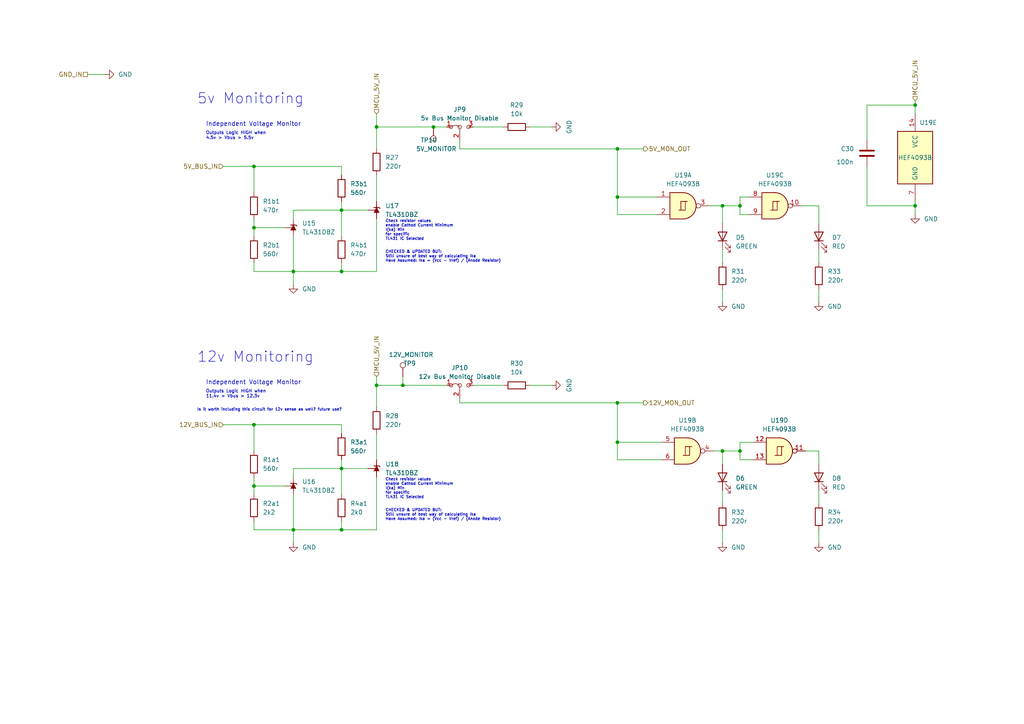
<source format=kicad_sch>
(kicad_sch (version 20211123) (generator eeschema)
  (paper "A4")
  (lib_symbols
    (symbol "000_Capacitor_Film_Immo:cap_film_0805" (pin_numbers hide) (pin_names (offset 0.254))
      (property "Reference" "C" (at 0.635 2.54 0))
      (property "Value" "cap_film_0805" (at 0.635 -2.54 0))
      (symbol "cap_film_0805_0_1"
        (polyline (pts (xy -2.032 -0.762) (xy 2.032 -0.762)) (stroke (width 0.508)))
        (polyline (pts (xy -2.032 0.762) (xy 2.032 0.762)) (stroke (width 0.508)))
      )
      (symbol "cap_film_0805_1_1"
        (pin passive line (at 0 3.81 270) (length 2.794) (name "~") (number "1"))
        (pin passive line (at 0 -3.81 90) (length 2.794) (name "~") (number "2"))
      )
    )
    (symbol "000_Connectors_Immo:Jumper_3_Bridged12" (pin_names (offset 0) hide)
      (property "Reference" "JP" (at -2.54 -2.54 0))
      (property "Value" "Jumper_3_Bridged12" (at 0 2.794 0))
      (symbol "Jumper_3_Bridged12_0_0"
        (circle (center -2.54 0) (radius 0.508))
        (circle (center 0 0) (radius 0.508))
        (circle (center 2.54 0) (radius 0.508))
      )
      (symbol "Jumper_3_Bridged12_0_1"
        (arc (start 0 -0.0807) (mid -1.27 0.4699) (end -2.54 -0.0807))
        (polyline (pts (xy 0 -1.27) (xy 0 -0.508)))
      )
      (symbol "Jumper_3_Bridged12_1_1"
        (pin passive line (at -3.81 0 0) (length 1.27) (name "A") (number "1"))
        (pin input line (at 0 -3.81 90) (length 2.54) (name "C") (number "2"))
        (pin passive line (at 3.81 0 180) (length 1.27) (name "B") (number "3"))
      )
    )
    (symbol "000_Resistors_Immo:Resistor_0805" (pin_numbers hide) (pin_names (offset 0))
      (property "Reference" "R?" (at 2.54 1.2701 0))
      (property "Value" "Resistor_0805" (at 2.54 -1.2699 0))
      (symbol "Resistor_0805_0_1"
        (rectangle (start -1.016 -2.54) (end 1.016 2.54) (stroke (width 0.254)))
      )
      (symbol "Resistor_0805_1_1"
        (pin passive line (at 0 3.81 270) (length 1.27) (name "~") (number "1"))
        (pin passive line (at 0 -3.81 90) (length 1.27) (name "~") (number "2"))
      )
    )
    (symbol "4xxx:HEF4093B" (pin_names (offset 1.016))
      (property "Reference" "U" (at 0 1.27 0))
      (property "Value" "HEF4093B" (at 0 -1.27 0))
      (symbol "HEF4093B_1_0"
        (polyline (pts (xy -0.635 -1.27) (xy -0.635 1.27) (xy 0.635 1.27)))
        (polyline (pts (xy -0.635 -1.27) (xy -0.635 1.27) (xy 0.635 1.27)))
        (polyline (pts (xy -1.27 -1.27) (xy 0.635 -1.27) (xy 0.635 1.27) (xy 1.27 1.27)))
        (polyline (pts (xy -1.27 -1.27) (xy 0.635 -1.27) (xy 0.635 1.27) (xy 1.27 1.27)))
      )
      (symbol "HEF4093B_1_1"
        (arc (start 0 -3.81) (mid 3.81 0) (end 0 3.81) (stroke (width 0.254)) (fill (type background)))
        (polyline (pts (xy 0 3.81) (xy -3.81 3.81) (xy -3.81 -3.81) (xy 0 -3.81)) (stroke (width 0.254)) (fill (type background)))
        (pin input line (at -7.62 2.54 0) (length 3.81) (name "~") (number "1"))
        (pin input line (at -7.62 -2.54 0) (length 3.81) (name "~") (number "2"))
        (pin output inverted (at 7.62 0 180) (length 3.81) (name "~") (number "3"))
      )
      (symbol "HEF4093B_1_2"
        (arc (start -3.81 -3.81) (mid -2.589 0) (end -3.81 3.81) (stroke (width 0.254)))
        (arc (start -0.6096 -3.81) (mid 2.1855 -2.584) (end 3.81 0) (stroke (width 0.254)) (fill (type background)))
        (polyline (pts (xy -3.81 -3.81) (xy -0.635 -3.81)) (stroke (width 0.254)) (fill (type background)))
        (polyline (pts (xy -3.81 3.81) (xy -0.635 3.81)) (stroke (width 0.254)) (fill (type background)))
        (polyline (pts (xy -0.635 3.81) (xy -3.81 3.81) (xy -3.81 3.81) (xy -3.556 3.4036) (xy -3.0226 2.2606) (xy -2.6924 1.0414) (xy -2.6162 -0.254) (xy -2.7686 -1.4986) (xy -3.175 -2.7178) (xy -3.81 -3.81) (xy -3.81 -3.81) (xy -0.635 -3.81)) (stroke (width -25.4)) (fill (type background)))
        (arc (start 3.81 0) (mid 2.1928 2.5925) (end -0.6096 3.81) (stroke (width 0.254)) (fill (type background)))
        (pin input inverted (at -7.62 2.54 0) (length 4.318) (name "~") (number "1"))
        (pin input inverted (at -7.62 -2.54 0) (length 4.318) (name "~") (number "2"))
        (pin output line (at 7.62 0 180) (length 3.81) (name "~") (number "3"))
      )
      (symbol "HEF4093B_2_0"
        (polyline (pts (xy -0.635 -1.27) (xy -0.635 1.27) (xy 0.635 1.27)))
        (polyline (pts (xy -0.635 -1.27) (xy -0.635 1.27) (xy 0.635 1.27)))
        (polyline (pts (xy -1.27 -1.27) (xy 0.635 -1.27) (xy 0.635 1.27) (xy 1.27 1.27)))
        (polyline (pts (xy -1.27 -1.27) (xy 0.635 -1.27) (xy 0.635 1.27) (xy 1.27 1.27)))
      )
      (symbol "HEF4093B_2_1"
        (arc (start 0 -3.81) (mid 3.81 0) (end 0 3.81) (stroke (width 0.254)) (fill (type background)))
        (polyline (pts (xy 0 3.81) (xy -3.81 3.81) (xy -3.81 -3.81) (xy 0 -3.81)) (stroke (width 0.254)) (fill (type background)))
        (pin output inverted (at 7.62 0 180) (length 3.81) (name "~") (number "4"))
        (pin input line (at -7.62 2.54 0) (length 3.81) (name "~") (number "5"))
        (pin input line (at -7.62 -2.54 0) (length 3.81) (name "~") (number "6"))
      )
      (symbol "HEF4093B_2_2"
        (arc (start -3.81 -3.81) (mid -2.589 0) (end -3.81 3.81) (stroke (width 0.254)))
        (arc (start -0.6096 -3.81) (mid 2.1855 -2.584) (end 3.81 0) (stroke (width 0.254)) (fill (type background)))
        (polyline (pts (xy -3.81 -3.81) (xy -0.635 -3.81)) (stroke (width 0.254)) (fill (type background)))
        (polyline (pts (xy -3.81 3.81) (xy -0.635 3.81)) (stroke (width 0.254)) (fill (type background)))
        (polyline (pts (xy -0.635 3.81) (xy -3.81 3.81) (xy -3.81 3.81) (xy -3.556 3.4036) (xy -3.0226 2.2606) (xy -2.6924 1.0414) (xy -2.6162 -0.254) (xy -2.7686 -1.4986) (xy -3.175 -2.7178) (xy -3.81 -3.81) (xy -3.81 -3.81) (xy -0.635 -3.81)) (stroke (width -25.4)) (fill (type background)))
        (arc (start 3.81 0) (mid 2.1928 2.5925) (end -0.6096 3.81) (stroke (width 0.254)) (fill (type background)))
        (pin output line (at 7.62 0 180) (length 3.81) (name "~") (number "4"))
        (pin input inverted (at -7.62 2.54 0) (length 4.318) (name "~") (number "5"))
        (pin input inverted (at -7.62 -2.54 0) (length 4.318) (name "~") (number "6"))
      )
      (symbol "HEF4093B_3_0"
        (polyline (pts (xy -0.635 -1.27) (xy -0.635 1.27) (xy 0.635 1.27)))
        (polyline (pts (xy -0.635 -1.27) (xy -0.635 1.27) (xy 0.635 1.27)))
        (polyline (pts (xy -1.27 -1.27) (xy 0.635 -1.27) (xy 0.635 1.27) (xy 1.27 1.27)))
        (polyline (pts (xy -1.27 -1.27) (xy 0.635 -1.27) (xy 0.635 1.27) (xy 1.27 1.27)))
      )
      (symbol "HEF4093B_3_1"
        (arc (start 0 -3.81) (mid 3.81 0) (end 0 3.81) (stroke (width 0.254)) (fill (type background)))
        (polyline (pts (xy 0 3.81) (xy -3.81 3.81) (xy -3.81 -3.81) (xy 0 -3.81)) (stroke (width 0.254)) (fill (type background)))
        (pin output inverted (at 7.62 0 180) (length 3.81) (name "~") (number "10"))
        (pin input line (at -7.62 2.54 0) (length 3.81) (name "~") (number "8"))
        (pin input line (at -7.62 -2.54 0) (length 3.81) (name "~") (number "9"))
      )
      (symbol "HEF4093B_3_2"
        (arc (start -3.81 -3.81) (mid -2.589 0) (end -3.81 3.81) (stroke (width 0.254)))
        (arc (start -0.6096 -3.81) (mid 2.1855 -2.584) (end 3.81 0) (stroke (width 0.254)) (fill (type background)))
        (polyline (pts (xy -3.81 -3.81) (xy -0.635 -3.81)) (stroke (width 0.254)) (fill (type background)))
        (polyline (pts (xy -3.81 3.81) (xy -0.635 3.81)) (stroke (width 0.254)) (fill (type background)))
        (polyline (pts (xy -0.635 3.81) (xy -3.81 3.81) (xy -3.81 3.81) (xy -3.556 3.4036) (xy -3.0226 2.2606) (xy -2.6924 1.0414) (xy -2.6162 -0.254) (xy -2.7686 -1.4986) (xy -3.175 -2.7178) (xy -3.81 -3.81) (xy -3.81 -3.81) (xy -0.635 -3.81)) (stroke (width -25.4)) (fill (type background)))
        (arc (start 3.81 0) (mid 2.1928 2.5925) (end -0.6096 3.81) (stroke (width 0.254)) (fill (type background)))
        (pin output line (at 7.62 0 180) (length 3.81) (name "~") (number "10"))
        (pin input inverted (at -7.62 2.54 0) (length 4.318) (name "~") (number "8"))
        (pin input inverted (at -7.62 -2.54 0) (length 4.318) (name "~") (number "9"))
      )
      (symbol "HEF4093B_4_0"
        (polyline (pts (xy -0.635 -1.27) (xy -0.635 1.27) (xy 0.635 1.27)))
        (polyline (pts (xy -0.635 -1.27) (xy -0.635 1.27) (xy 0.635 1.27)))
        (polyline (pts (xy -1.27 -1.27) (xy 0.635 -1.27) (xy 0.635 1.27) (xy 1.27 1.27)))
        (polyline (pts (xy -1.27 -1.27) (xy 0.635 -1.27) (xy 0.635 1.27) (xy 1.27 1.27)))
      )
      (symbol "HEF4093B_4_1"
        (arc (start 0 -3.81) (mid 3.81 0) (end 0 3.81) (stroke (width 0.254)) (fill (type background)))
        (polyline (pts (xy 0 3.81) (xy -3.81 3.81) (xy -3.81 -3.81) (xy 0 -3.81)) (stroke (width 0.254)) (fill (type background)))
        (pin output inverted (at 7.62 0 180) (length 3.81) (name "~") (number "11"))
        (pin input line (at -7.62 2.54 0) (length 3.81) (name "~") (number "12"))
        (pin input line (at -7.62 -2.54 0) (length 3.81) (name "~") (number "13"))
      )
      (symbol "HEF4093B_4_2"
        (arc (start -3.81 -3.81) (mid -2.589 0) (end -3.81 3.81) (stroke (width 0.254)))
        (arc (start -0.6096 -3.81) (mid 2.1855 -2.584) (end 3.81 0) (stroke (width 0.254)) (fill (type background)))
        (polyline (pts (xy -3.81 -3.81) (xy -0.635 -3.81)) (stroke (width 0.254)) (fill (type background)))
        (polyline (pts (xy -3.81 3.81) (xy -0.635 3.81)) (stroke (width 0.254)) (fill (type background)))
        (polyline (pts (xy -0.635 3.81) (xy -3.81 3.81) (xy -3.81 3.81) (xy -3.556 3.4036) (xy -3.0226 2.2606) (xy -2.6924 1.0414) (xy -2.6162 -0.254) (xy -2.7686 -1.4986) (xy -3.175 -2.7178) (xy -3.81 -3.81) (xy -3.81 -3.81) (xy -0.635 -3.81)) (stroke (width -25.4)) (fill (type background)))
        (arc (start 3.81 0) (mid 2.1928 2.5925) (end -0.6096 3.81) (stroke (width 0.254)) (fill (type background)))
        (pin output line (at 7.62 0 180) (length 3.81) (name "~") (number "11"))
        (pin input inverted (at -7.62 2.54 0) (length 4.318) (name "~") (number "12"))
        (pin input inverted (at -7.62 -2.54 0) (length 4.318) (name "~") (number "13"))
      )
      (symbol "HEF4093B_5_0"
        (pin power_in line (at 0 12.7 270) (length 5.08) (name "VCC") (number "14"))
        (pin power_in line (at 0 -12.7 90) (length 5.08) (name "GND") (number "7"))
      )
      (symbol "HEF4093B_5_1"
        (rectangle (start -5.08 7.62) (end 5.08 -7.62) (stroke (width 0.254)) (fill (type background)))
      )
    )
    (symbol "Connector:TestPoint" (pin_numbers hide) (pin_names (offset 0.762) hide)
      (property "Reference" "TP" (at 0 6.858 0))
      (property "Value" "TestPoint" (at 0 5.08 0))
      (symbol "TestPoint_0_1"
        (circle (center 0 3.302) (radius 0.762))
      )
      (symbol "TestPoint_1_1"
        (pin passive line (at 0 0 90) (length 2.54) (name "1") (number "1"))
      )
    )
    (symbol "Device:LED" (pin_numbers hide) (pin_names (offset 1.016) hide)
      (property "Reference" "D" (at 0 2.54 0))
      (property "Value" "LED" (at 0 -2.54 0))
      (symbol "LED_0_1"
        (polyline (pts (xy -1.27 -1.27) (xy -1.27 1.27)) (stroke (width 0.254)))
        (polyline (pts (xy -1.27 0) (xy 1.27 0)))
        (polyline (pts (xy 1.27 -1.27) (xy 1.27 1.27) (xy -1.27 0) (xy 1.27 -1.27)) (stroke (width 0.254)))
        (polyline (pts (xy -3.048 -0.762) (xy -4.572 -2.286) (xy -3.81 -2.286) (xy -4.572 -2.286) (xy -4.572 -1.524)))
        (polyline (pts (xy -1.778 -0.762) (xy -3.302 -2.286) (xy -2.54 -2.286) (xy -3.302 -2.286) (xy -3.302 -1.524)))
      )
      (symbol "LED_1_1"
        (pin passive line (at -3.81 0 0) (length 2.54) (name "K") (number "1"))
        (pin passive line (at 3.81 0 180) (length 2.54) (name "A") (number "2"))
      )
    )
    (symbol "Reference_Voltage:TL431DBZ" (pin_numbers hide) (pin_names hide)
      (property "Reference" "U" (at -2.54 2.54 0))
      (property "Value" "TL431DBZ" (at 0 -2.54 0))
      (symbol "TL431DBZ_0_1"
        (polyline (pts (xy -1.27 0) (xy 0 0) (xy 1.27 0)))
        (polyline (pts (xy -0.762 0.762) (xy 0.762 0) (xy -0.762 -0.762)) (fill (type outline)))
        (polyline (pts (xy 0.508 -1.016) (xy 0.762 -0.762) (xy 0.762 0.762) (xy 0.762 0.762)) (stroke (width 0.254)))
      )
      (symbol "TL431DBZ_1_1"
        (pin passive line (at 2.54 0 180) (length 2.54) (name "K") (number "1"))
        (pin passive line (at 0 2.54 270) (length 2.54) (name "REF") (number "2"))
        (pin passive line (at -2.54 0 0) (length 2.54) (name "A") (number "3"))
      )
    )
    (symbol "power:GND" (power) (pin_names (offset 0))
      (property "Value" "GND" (at 0 -3.81 0))
      (symbol "GND_0_1"
        (polyline (pts (xy 0 0) (xy 0 -1.27) (xy 1.27 -1.27) (xy 0 -2.54) (xy -1.27 -1.27) (xy 0 -1.27)))
      )
      (symbol "GND_1_1"
        (pin power_in line (at 0 0 270) (length 0) hide (name "GND") (number "1"))
      )
    )
  )
  (junction (at 179.07 128.27))
  (junction (at 99.06 153.67))
  (junction (at 99.06 135.89))
  (junction (at 73.66 123.19))
  (junction (at 99.06 78.74))
  (junction (at 209.55 130.81))
  (junction (at 99.06 60.96))
  (junction (at 214.63 59.69))
  (junction (at 109.22 111.76))
  (junction (at 109.22 36.83))
  (junction (at 73.66 66.04))
  (junction (at 179.07 43.18))
  (junction (at 179.07 116.84))
  (junction (at 265.43 59.69))
  (junction (at 214.63 130.81))
  (junction (at 73.66 48.26))
  (junction (at 116.84 111.76))
  (junction (at 85.09 78.74))
  (junction (at 125.73 36.83))
  (junction (at 85.09 153.67))
  (junction (at 209.55 59.69))
  (junction (at 265.43 30.48))
  (junction (at 73.66 140.97))
  (junction (at 179.07 57.15))
  (wire (pts (xy 214.63 57.15) (xy 217.17 57.15)))
  (wire (pts (xy 265.43 29.21) (xy 265.43 30.48)))
  (wire (pts (xy 217.17 62.23) (xy 214.63 62.23)))
  (wire (pts (xy 99.06 151.13) (xy 99.06 153.67)))
  (wire (pts (xy 85.09 153.67) (xy 85.09 157.48)))
  (wire (pts (xy 179.07 43.18) (xy 133.35 43.18)))
  (wire (pts (xy 85.09 143.51) (xy 85.09 153.67)))
  (wire (pts (xy 137.16 36.83) (xy 146.05 36.83)))
  (wire (pts (xy 237.49 83.82) (xy 237.49 87.63)))
  (wire (pts (xy 153.67 111.76) (xy 160.02 111.76)))
  (wire (pts (xy 99.06 135.89) (xy 99.06 143.51)))
  (wire (pts (xy 116.84 109.22) (xy 116.84 111.76)))
  (wire (pts (xy 251.46 30.48) (xy 265.43 30.48)))
  (wire (pts (xy 251.46 59.69) (xy 251.46 48.26)))
  (wire (pts (xy 209.55 153.67) (xy 209.55 157.48)))
  (wire (pts (xy 85.09 78.74) (xy 85.09 82.55)))
  (wire (pts (xy 116.84 111.76) (xy 129.54 111.76)))
  (wire (pts (xy 214.63 128.27) (xy 218.44 128.27)))
  (wire (pts (xy 99.06 60.96) (xy 106.68 60.96)))
  (wire (pts (xy 64.77 48.26) (xy 73.66 48.26)))
  (wire (pts (xy 99.06 125.73) (xy 99.06 123.19)))
  (wire (pts (xy 73.66 138.43) (xy 73.66 140.97)))
  (wire (pts (xy 99.06 48.26) (xy 73.66 48.26)))
  (wire (pts (xy 214.63 59.69) (xy 214.63 57.15)))
  (wire (pts (xy 205.74 59.69) (xy 209.55 59.69)))
  (wire (pts (xy 237.49 142.24) (xy 237.49 146.05)))
  (wire (pts (xy 190.5 57.15) (xy 179.07 57.15)))
  (wire (pts (xy 73.66 63.5) (xy 73.66 66.04)))
  (wire (pts (xy 99.06 153.67) (xy 85.09 153.67)))
  (wire (pts (xy 85.09 60.96) (xy 85.09 63.5)))
  (wire (pts (xy 109.22 36.83) (xy 109.22 43.18)))
  (wire (pts (xy 133.35 40.64) (xy 133.35 43.18)))
  (wire (pts (xy 125.73 36.83) (xy 129.54 36.83)))
  (wire (pts (xy 237.49 134.62) (xy 237.49 130.81)))
  (wire (pts (xy 209.55 59.69) (xy 209.55 64.77)))
  (wire (pts (xy 73.66 151.13) (xy 73.66 153.67)))
  (wire (pts (xy 153.67 36.83) (xy 160.02 36.83)))
  (wire (pts (xy 191.77 128.27) (xy 179.07 128.27)))
  (wire (pts (xy 265.43 58.42) (xy 265.43 59.69)))
  (wire (pts (xy 133.35 115.57) (xy 133.35 116.84)))
  (wire (pts (xy 99.06 58.42) (xy 99.06 60.96)))
  (wire (pts (xy 73.66 66.04) (xy 73.66 68.58)))
  (wire (pts (xy 73.66 76.2) (xy 73.66 78.74)))
  (wire (pts (xy 109.22 50.8) (xy 109.22 58.42)))
  (wire (pts (xy 209.55 59.69) (xy 214.63 59.69)))
  (wire (pts (xy 137.16 111.76) (xy 146.05 111.76)))
  (wire (pts (xy 218.44 133.35) (xy 214.63 133.35)))
  (wire (pts (xy 209.55 83.82) (xy 209.55 87.63)))
  (wire (pts (xy 109.22 109.22) (xy 109.22 111.76)))
  (wire (pts (xy 251.46 59.69) (xy 265.43 59.69)))
  (wire (pts (xy 64.77 123.19) (xy 73.66 123.19)))
  (wire (pts (xy 214.63 133.35) (xy 214.63 130.81)))
  (wire (pts (xy 109.22 33.02) (xy 109.22 36.83)))
  (wire (pts (xy 209.55 130.81) (xy 214.63 130.81)))
  (wire (pts (xy 99.06 135.89) (xy 106.68 135.89)))
  (wire (pts (xy 214.63 130.81) (xy 214.63 128.27)))
  (wire (pts (xy 99.06 50.8) (xy 99.06 48.26)))
  (wire (pts (xy 109.22 153.67) (xy 99.06 153.67)))
  (wire (pts (xy 207.01 130.81) (xy 209.55 130.81)))
  (wire (pts (xy 99.06 76.2) (xy 99.06 78.74)))
  (wire (pts (xy 73.66 140.97) (xy 73.66 143.51)))
  (wire (pts (xy 209.55 72.39) (xy 209.55 76.2)))
  (wire (pts (xy 85.09 135.89) (xy 85.09 138.43)))
  (wire (pts (xy 265.43 59.69) (xy 265.43 62.23)))
  (wire (pts (xy 73.66 140.97) (xy 82.55 140.97)))
  (wire (pts (xy 214.63 62.23) (xy 214.63 59.69)))
  (wire (pts (xy 109.22 111.76) (xy 109.22 118.11)))
  (wire (pts (xy 179.07 133.35) (xy 179.07 128.27)))
  (wire (pts (xy 73.66 153.67) (xy 85.09 153.67)))
  (wire (pts (xy 179.07 57.15) (xy 179.07 43.18)))
  (wire (pts (xy 99.06 60.96) (xy 85.09 60.96)))
  (wire (pts (xy 237.49 130.81) (xy 233.68 130.81)))
  (wire (pts (xy 99.06 123.19) (xy 73.66 123.19)))
  (wire (pts (xy 186.69 116.84) (xy 179.07 116.84)))
  (wire (pts (xy 109.22 78.74) (xy 99.06 78.74)))
  (wire (pts (xy 73.66 123.19) (xy 73.66 130.81)))
  (wire (pts (xy 209.55 142.24) (xy 209.55 146.05)))
  (wire (pts (xy 73.66 78.74) (xy 85.09 78.74)))
  (wire (pts (xy 109.22 36.83) (xy 125.73 36.83)))
  (wire (pts (xy 73.66 66.04) (xy 82.55 66.04)))
  (wire (pts (xy 73.66 48.26) (xy 73.66 55.88)))
  (wire (pts (xy 25.4 21.59) (xy 30.48 21.59)))
  (wire (pts (xy 179.07 128.27) (xy 179.07 116.84)))
  (wire (pts (xy 109.22 138.43) (xy 109.22 153.67)))
  (wire (pts (xy 209.55 130.81) (xy 209.55 134.62)))
  (wire (pts (xy 109.22 125.73) (xy 109.22 133.35)))
  (wire (pts (xy 237.49 72.39) (xy 237.49 76.2)))
  (wire (pts (xy 85.09 68.58) (xy 85.09 78.74)))
  (wire (pts (xy 109.22 63.5) (xy 109.22 78.74)))
  (wire (pts (xy 99.06 60.96) (xy 99.06 68.58)))
  (wire (pts (xy 99.06 135.89) (xy 85.09 135.89)))
  (wire (pts (xy 265.43 30.48) (xy 265.43 33.02)))
  (wire (pts (xy 99.06 78.74) (xy 85.09 78.74)))
  (wire (pts (xy 237.49 59.69) (xy 232.41 59.69)))
  (wire (pts (xy 190.5 62.23) (xy 179.07 62.23)))
  (wire (pts (xy 99.06 133.35) (xy 99.06 135.89)))
  (wire (pts (xy 191.77 133.35) (xy 179.07 133.35)))
  (wire (pts (xy 109.22 111.76) (xy 116.84 111.76)))
  (wire (pts (xy 251.46 40.64) (xy 251.46 30.48)))
  (wire (pts (xy 179.07 116.84) (xy 133.35 116.84)))
  (wire (pts (xy 237.49 153.67) (xy 237.49 157.48)))
  (wire (pts (xy 179.07 62.23) (xy 179.07 57.15)))
  (wire (pts (xy 237.49 64.77) (xy 237.49 59.69)))
  (wire (pts (xy 186.69 43.18) (xy 179.07 43.18)))
  (text "Outputs Logic HIGH when\n11.4v > Vbus > 12.3v " (at 59.69 115.57 0) (effects (font (size 0.9 0.9)) (justify left bottom)))
  (text "Independent Voltage Monitor" (at 59.69 36.83 0) (effects (font (size 1.27 1.27)) (justify left bottom)))
  (text "Check resistor values\nenable Cathod Current Minimum\nI(ka) Min\nfor specific\nTL431 IC Selected" (at 111.76 144.78 0) (effects (font (size 0.8 0.8)) (justify left bottom)))
  (text "Check resistor values\nenable Cathod Current Minimum\nI(ka) Min\nfor specific\nTL431 IC Selected" (at 111.76 69.85 0) (effects (font (size 0.8 0.8)) (justify left bottom)))
  (text "CHECKED & UPDATED BUT:\nStill unsure of best way of calculating Ika\nHave Assumed: Ika = (Vcc - Vref) / (Anode Resistor)" (at 111.76 76.2 0) (effects (font (size 0.8 0.8)) (justify left bottom)))
  (text "5v Monitoring" (at 57.15 30.48 0) (effects (font (size 3 3)) (justify left bottom)))
  (text "Outputs Logic HIGH when\n4.5v > Vbus > 5.5v " (at 59.69 40.64 0) (effects (font (size 0.9 0.9)) (justify left bottom)))
  (text "CHECKED & UPDATED BUT:\nStill unsure of best way of calculating Ika\nHave Assumed: Ika = (Vcc - Vref) / (Anode Resistor)" (at 111.76 151.13 0) (effects (font (size 0.8 0.8)) (justify left bottom)))
  (text "12v Monitoring" (at 57.15 105.41 0) (effects (font (size 3 3)) (justify left bottom)))
  (text "Independent Voltage Monitor" (at 59.69 111.76 0) (effects (font (size 1.27 1.27)) (justify left bottom)))
  (text "Is it worth including this circuit for 12v sense as well? future use?" (at 57.15 119.38 0) (effects (font (size 0.8 0.8)) (justify left bottom)))
  (hierarchical_label "GND_IN" (shape passive) (at 25.4 21.59 180))
  (hierarchical_label "MCU_5V_IN" (shape input) (at 109.22 109.22 90))
  (hierarchical_label "12V_MON_OUT" (shape output) (at 186.69 116.84 0))
  (hierarchical_label "12V_BUS_IN" (shape input) (at 64.77 123.19 180))
  (hierarchical_label "5V_BUS_IN" (shape input) (at 64.77 48.26 180))
  (hierarchical_label "MCU_5V_IN" (shape input) (at 265.43 29.21 90))
  (hierarchical_label "MCU_5V_IN" (shape input) (at 109.22 33.02 90))
  (hierarchical_label "5V_MON_OUT" (shape output) (at 186.69 43.18 0))
  (symbol (lib_id "000_Connectors_Immo:Jumper_3_Bridged12") (at 133.35 36.83 0) (unit 1)
    (property "Reference" "JP9" (at 133.35 31.75 0))
    (property "Value" "5v Bus Monitor Disable" (at 133.35 34.29 0))
  )
  (symbol (lib_id "Device:LED") (at 209.55 68.58 90) (unit 1)
    (property "Reference" "D5" (at 213.36 68.8974 90) (effects (justify right)))
    (property "Value" "GREEN" (at 213.36 71.4374 90) (effects (justify right)))
    (property "Footprint" "LED_SMD:LED_0805_2012Metric_Pad1.15x1.40mm_HandSolder" (effects hide))
  )
  (symbol (lib_id "000_Capacitor_Film_Immo:cap_film_0805") (at 251.46 44.45 0) (unit 1)
    (property "Reference" "C30" (at 243.84 43.18 0) (effects (justify left)))
    (property "Value" "100n" (at 242.57 46.99 0) (effects (justify left)))
    (property "Footprint" "Capacitor_SMD:C_0805_2012Metric_Pad1.18x1.45mm_HandSolder" (effects hide))
  )
  (symbol (lib_id "000_Resistors_Immo:Resistor_0805") (at 149.86 111.76 90) (unit 1)
    (property "Reference" "R30" (at 149.86 105.41 90))
    (property "Value" "10k" (at 149.86 107.95 90))
    (property "Footprint" "Resistor_SMD:R_0805_2012Metric_Pad1.20x1.40mm_HandSolder" (effects hide))
  )
  (symbol (lib_id "000_Resistors_Immo:Resistor_0805") (at 99.06 54.61 0) (unit 1)
    (property "Reference" "R3b1" (at 101.6 53.3399 0) (effects (justify left)))
    (property "Value" "560r" (at 101.6 55.8799 0) (effects (justify left)))
    (property "Footprint" "Resistor_SMD:R_0805_2012Metric_Pad1.20x1.40mm_HandSolder" (effects hide))
  )
  (symbol (lib_id "Device:LED") (at 237.49 138.43 90) (unit 1)
    (property "Reference" "D8" (at 241.3 138.7474 90) (effects (justify right)))
    (property "Value" "RED" (at 241.3 141.2874 90) (effects (justify right)))
    (property "Footprint" "LED_SMD:LED_0805_2012Metric_Pad1.15x1.40mm_HandSolder" (effects hide))
  )
  (symbol (lib_id "Reference_Voltage:TL431DBZ") (at 109.22 135.89 90) (unit 1)
    (property "Reference" "U18" (at 111.76 134.6199 90) (effects (justify right)))
    (property "Value" "TL431DBZ" (at 111.76 137.1599 90) (effects (justify right)))
    (property "Footprint" "Package_TO_SOT_SMD:SOT-23" (effects hide))
    (property "Datasheet" "http://www.ti.com/lit/ds/symlink/tl431.pdf" (effects hide))
  )
  (symbol (lib_id "000_Resistors_Immo:Resistor_0805") (at 73.66 147.32 0) (unit 1)
    (property "Reference" "R2a1" (at 76.2 146.0499 0) (effects (justify left)))
    (property "Value" "2k2" (at 76.2 148.5899 0) (effects (justify left)))
    (property "Footprint" "Resistor_SMD:R_0805_2012Metric_Pad1.20x1.40mm_HandSolder" (effects hide))
  )
  (symbol (lib_id "4xxx:HEF4093B") (at 226.06 130.81 0) (unit 4)
    (property "Reference" "U19" (at 226.06 121.92 0))
    (property "Value" "HEF4093B" (at 226.06 124.46 0))
    (property "Datasheet" "https://assets.nexperia.com/documents/data-sheet/HEF4093B.pdf" (effects hide))
  )
  (symbol (lib_id "Device:LED") (at 237.49 68.58 90) (unit 1)
    (property "Reference" "D7" (at 241.3 68.8974 90) (effects (justify right)))
    (property "Value" "RED" (at 241.3 71.4374 90) (effects (justify right)))
    (property "Footprint" "LED_SMD:LED_0805_2012Metric_Pad1.15x1.40mm_HandSolder" (effects hide))
  )
  (symbol (lib_id "000_Resistors_Immo:Resistor_0805") (at 99.06 72.39 0) (unit 1)
    (property "Reference" "R4b1" (at 101.6 71.1199 0) (effects (justify left)))
    (property "Value" "470r" (at 101.6 73.6599 0) (effects (justify left)))
    (property "Footprint" "Resistor_SMD:R_0805_2012Metric_Pad1.20x1.40mm_HandSolder" (effects hide))
  )
  (symbol (lib_id "000_Resistors_Immo:Resistor_0805") (at 237.49 80.01 0) (unit 1)
    (property "Reference" "R33" (at 240.03 78.7399 0) (effects (justify left)))
    (property "Value" "220r" (at 240.03 81.2799 0) (effects (justify left)))
    (property "Footprint" "Resistor_SMD:R_0805_2012Metric_Pad1.20x1.40mm_HandSolder" (effects hide))
  )
  (symbol (lib_id "power:GND") (at 160.02 36.83 90) (unit 1)
    (property "Reference" "#PWR091" (effects hide))
    (property "Value" "GND" (at 165.1 36.83 0))
  )
  (symbol (lib_id "power:GND") (at 209.55 157.48 0) (unit 1)
    (property "Reference" "#PWR094" (effects hide))
    (property "Value" "GND" (at 212.09 158.75 0) (effects (justify left)))
  )
  (symbol (lib_id "4xxx:HEF4093B") (at 265.43 45.72 0) (unit 5)
    (property "Reference" "U19" (at 269.24 35.56 0))
    (property "Value" "HEF4093B" (at 265.43 45.72 0))
    (property "Datasheet" "https://assets.nexperia.com/documents/data-sheet/HEF4093B.pdf" (effects hide))
  )
  (symbol (lib_id "power:GND") (at 237.49 87.63 0) (unit 1)
    (property "Reference" "#PWR095" (effects hide))
    (property "Value" "GND" (at 240.03 88.9 0) (effects (justify left)))
  )
  (symbol (lib_id "Reference_Voltage:TL431DBZ") (at 85.09 140.97 90) (unit 1)
    (property "Reference" "U16" (at 87.63 139.6999 90) (effects (justify right)))
    (property "Value" "TL431DBZ" (at 87.63 142.2399 90) (effects (justify right)))
    (property "Footprint" "Package_TO_SOT_SMD:SOT-23" (effects hide))
    (property "Datasheet" "http://www.ti.com/lit/ds/symlink/tl431.pdf" (effects hide))
  )
  (symbol (lib_id "4xxx:HEF4093B") (at 198.12 59.69 0) (unit 1)
    (property "Reference" "U19" (at 198.12 50.8 0))
    (property "Value" "HEF4093B" (at 198.12 53.34 0))
    (property "Datasheet" "https://assets.nexperia.com/documents/data-sheet/HEF4093B.pdf" (effects hide))
  )
  (symbol (lib_id "4xxx:HEF4093B") (at 224.79 59.69 0) (unit 3)
    (property "Reference" "U19" (at 224.79 50.8 0))
    (property "Value" "HEF4093B" (at 224.79 53.34 0))
    (property "Datasheet" "https://assets.nexperia.com/documents/data-sheet/HEF4093B.pdf" (effects hide))
  )
  (symbol (lib_id "power:GND") (at 85.09 82.55 0) (unit 1)
    (property "Reference" "#PWR089" (effects hide))
    (property "Value" "GND" (at 87.63 83.8199 0) (effects (justify left)))
  )
  (symbol (lib_id "Reference_Voltage:TL431DBZ") (at 109.22 60.96 90) (unit 1)
    (property "Reference" "U17" (at 111.76 59.6899 90) (effects (justify right)))
    (property "Value" "TL431DBZ" (at 111.76 62.2299 90) (effects (justify right)))
    (property "Footprint" "Package_TO_SOT_SMD:SOT-23" (effects hide))
    (property "Datasheet" "http://www.ti.com/lit/ds/symlink/tl431.pdf" (effects hide))
  )
  (symbol (lib_id "Connector:TestPoint") (at 125.73 36.83 180) (unit 1)
    (property "Reference" "TP10" (at 121.92 40.64 0) (effects (justify right)))
    (property "Value" "5V_MONITOR" (at 120.65 43.18 0) (effects (justify right)))
  )
  (symbol (lib_id "power:GND") (at 237.49 157.48 0) (unit 1)
    (property "Reference" "#PWR096" (effects hide))
    (property "Value" "GND" (at 240.03 158.75 0) (effects (justify left)))
  )
  (symbol (lib_id "power:GND") (at 265.43 62.23 0) (unit 1)
    (property "Reference" "#PWR097" (effects hide))
    (property "Value" "GND" (at 267.97 63.5 0) (effects (justify left)))
  )
  (symbol (lib_id "4xxx:HEF4093B") (at 199.39 130.81 0) (unit 2)
    (property "Reference" "U19" (at 199.39 121.92 0))
    (property "Value" "HEF4093B" (at 199.39 124.46 0))
    (property "Datasheet" "https://assets.nexperia.com/documents/data-sheet/HEF4093B.pdf" (effects hide))
  )
  (symbol (lib_id "000_Resistors_Immo:Resistor_0805") (at 73.66 59.69 0) (unit 1)
    (property "Reference" "R1b1" (at 76.2 58.4199 0) (effects (justify left)))
    (property "Value" "470r" (at 76.2 60.9599 0) (effects (justify left)))
    (property "Footprint" "Resistor_SMD:R_0805_2012Metric_Pad1.20x1.40mm_HandSolder" (effects hide))
  )
  (symbol (lib_id "Device:LED") (at 209.55 138.43 90) (unit 1)
    (property "Reference" "D6" (at 213.36 138.7474 90) (effects (justify right)))
    (property "Value" "GREEN" (at 213.36 141.2874 90) (effects (justify right)))
    (property "Footprint" "LED_SMD:LED_0805_2012Metric_Pad1.15x1.40mm_HandSolder" (effects hide))
  )
  (symbol (lib_id "000_Resistors_Immo:Resistor_0805") (at 149.86 36.83 90) (unit 1)
    (property "Reference" "R29" (at 149.86 30.48 90))
    (property "Value" "10k" (at 149.86 33.02 90))
    (property "Footprint" "Resistor_SMD:R_0805_2012Metric_Pad1.20x1.40mm_HandSolder" (effects hide))
  )
  (symbol (lib_id "power:GND") (at 85.09 157.48 0) (unit 1)
    (property "Reference" "#PWR090" (effects hide))
    (property "Value" "GND" (at 87.63 158.7499 0) (effects (justify left)))
  )
  (symbol (lib_id "000_Resistors_Immo:Resistor_0805") (at 209.55 80.01 0) (unit 1)
    (property "Reference" "R31" (at 212.09 78.7399 0) (effects (justify left)))
    (property "Value" "220r" (at 212.09 81.2799 0) (effects (justify left)))
    (property "Footprint" "Resistor_SMD:R_0805_2012Metric_Pad1.20x1.40mm_HandSolder" (effects hide))
  )
  (symbol (lib_id "Reference_Voltage:TL431DBZ") (at 85.09 66.04 90) (unit 1)
    (property "Reference" "U15" (at 87.63 64.7699 90) (effects (justify right)))
    (property "Value" "TL431DBZ" (at 87.63 67.3099 90) (effects (justify right)))
    (property "Footprint" "Package_TO_SOT_SMD:SOT-23" (effects hide))
    (property "Datasheet" "http://www.ti.com/lit/ds/symlink/tl431.pdf" (effects hide))
  )
  (symbol (lib_id "000_Resistors_Immo:Resistor_0805") (at 99.06 147.32 0) (unit 1)
    (property "Reference" "R4a1" (at 101.6 146.0499 0) (effects (justify left)))
    (property "Value" "2k0" (at 101.6 148.5899 0) (effects (justify left)))
    (property "Footprint" "Resistor_SMD:R_0805_2012Metric_Pad1.20x1.40mm_HandSolder" (effects hide))
  )
  (symbol (lib_id "Connector:TestPoint") (at 116.84 109.22 0) (unit 1)
    (property "Reference" "TP9" (at 120.65 105.41 0) (effects (justify right)))
    (property "Value" "12V_MONITOR" (at 125.73 102.87 0) (effects (justify right)))
  )
  (symbol (lib_id "000_Resistors_Immo:Resistor_0805") (at 73.66 134.62 0) (unit 1)
    (property "Reference" "R1a1" (at 76.2 133.3499 0) (effects (justify left)))
    (property "Value" "560r" (at 76.2 135.8899 0) (effects (justify left)))
    (property "Footprint" "Resistor_SMD:R_0805_2012Metric_Pad1.20x1.40mm_HandSolder" (effects hide))
  )
  (symbol (lib_id "000_Connectors_Immo:Jumper_3_Bridged12") (at 133.35 111.76 0) (unit 1)
    (property "Reference" "JP10" (at 133.35 106.68 0))
    (property "Value" "12v Bus Monitor Disable" (at 133.35 109.22 0))
  )
  (symbol (lib_id "000_Resistors_Immo:Resistor_0805") (at 99.06 129.54 0) (unit 1)
    (property "Reference" "R3a1" (at 101.6 128.2699 0) (effects (justify left)))
    (property "Value" "560r" (at 101.6 130.8099 0) (effects (justify left)))
    (property "Footprint" "Resistor_SMD:R_0805_2012Metric_Pad1.20x1.40mm_HandSolder" (effects hide))
  )
  (symbol (lib_id "000_Resistors_Immo:Resistor_0805") (at 209.55 149.86 0) (unit 1)
    (property "Reference" "R32" (at 212.09 148.5899 0) (effects (justify left)))
    (property "Value" "220r" (at 212.09 151.1299 0) (effects (justify left)))
    (property "Footprint" "Resistor_SMD:R_0805_2012Metric_Pad1.20x1.40mm_HandSolder" (effects hide))
  )
  (symbol (lib_id "power:GND") (at 160.02 111.76 90) (unit 1)
    (property "Reference" "#PWR092" (effects hide))
    (property "Value" "GND" (at 165.1 111.76 0))
  )
  (symbol (lib_id "power:GND") (at 30.48 21.59 90) (unit 1)
    (property "Reference" "#PWR088" (effects hide))
    (property "Value" "GND" (at 34.29 21.5899 90) (effects (justify right)))
  )
  (symbol (lib_id "000_Resistors_Immo:Resistor_0805") (at 109.22 46.99 0) (unit 1)
    (property "Reference" "R27" (at 111.76 45.7199 0) (effects (justify left)))
    (property "Value" "220r" (at 111.76 48.2599 0) (effects (justify left)))
    (property "Footprint" "Resistor_SMD:R_0805_2012Metric_Pad1.20x1.40mm_HandSolder" (effects hide))
  )
  (symbol (lib_id "power:GND") (at 209.55 87.63 0) (unit 1)
    (property "Reference" "#PWR093" (effects hide))
    (property "Value" "GND" (at 212.09 88.9 0) (effects (justify left)))
  )
  (symbol (lib_id "000_Resistors_Immo:Resistor_0805") (at 237.49 149.86 0) (unit 1)
    (property "Reference" "R34" (at 240.03 148.5899 0) (effects (justify left)))
    (property "Value" "220r" (at 240.03 151.1299 0) (effects (justify left)))
    (property "Footprint" "Resistor_SMD:R_0805_2012Metric_Pad1.20x1.40mm_HandSolder" (effects hide))
  )
  (symbol (lib_id "000_Resistors_Immo:Resistor_0805") (at 73.66 72.39 0) (unit 1)
    (property "Reference" "R2b1" (at 76.2 71.1199 0) (effects (justify left)))
    (property "Value" "560r" (at 76.2 73.6599 0) (effects (justify left)))
    (property "Footprint" "Resistor_SMD:R_0805_2012Metric_Pad1.20x1.40mm_HandSolder" (effects hide))
  )
  (symbol (lib_id "000_Resistors_Immo:Resistor_0805") (at 109.22 121.92 0) (unit 1)
    (property "Reference" "R28" (at 111.76 120.6499 0) (effects (justify left)))
    (property "Value" "220r" (at 111.76 123.1899 0) (effects (justify left)))
    (property "Footprint" "Resistor_SMD:R_0805_2012Metric_Pad1.20x1.40mm_HandSolder" (effects hide))
  )
)
</source>
